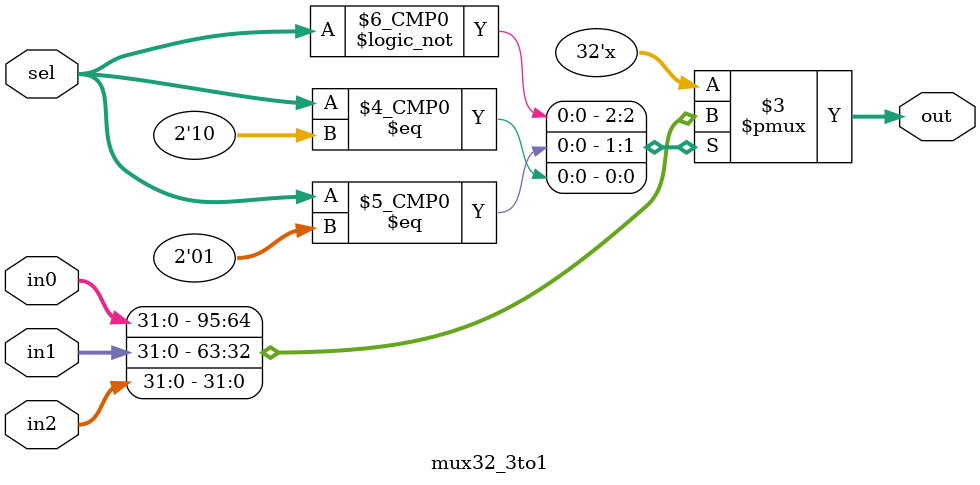
<source format=v>
module mux32_3to1 (out, in0, in1, in2, sel);
  	output reg  [31:0] out;
	input [31:0] in0;
	input [31:0] in1;
	input [31:0] in2;
  	input [1:0] sel;
  	always @(sel)
    begin
		case (sel)
			2'b00: out = in0;
			2'b01: out = in1;
			2'b10: out = in2;
		endcase
    end
endmodule
</source>
